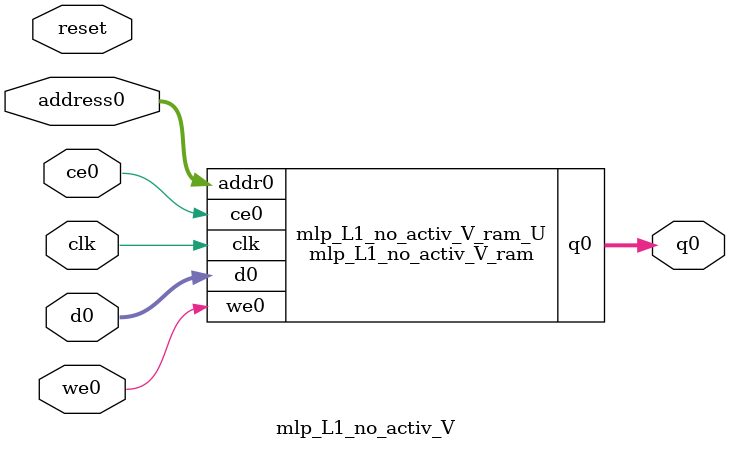
<source format=v>

`timescale 1 ns / 1 ps
module mlp_L1_no_activ_V_ram (addr0, ce0, d0, we0, q0,  clk);

parameter DWIDTH = 18;
parameter AWIDTH = 5;
parameter MEM_SIZE = 25;

input[AWIDTH-1:0] addr0;
input ce0;
input[DWIDTH-1:0] d0;
input we0;
output reg[DWIDTH-1:0] q0;
input clk;

(* ram_style = "distributed" *)reg [DWIDTH-1:0] ram[0:MEM_SIZE-1];




always @(posedge clk)  
begin 
    if (ce0) 
    begin
        if (we0) 
        begin 
            ram[addr0] <= d0; 
            q0 <= d0;
        end 
        else 
            q0 <= ram[addr0];
    end
end


endmodule


`timescale 1 ns / 1 ps
module mlp_L1_no_activ_V(
    reset,
    clk,
    address0,
    ce0,
    we0,
    d0,
    q0);

parameter DataWidth = 32'd18;
parameter AddressRange = 32'd25;
parameter AddressWidth = 32'd5;
input reset;
input clk;
input[AddressWidth - 1:0] address0;
input ce0;
input we0;
input[DataWidth - 1:0] d0;
output[DataWidth - 1:0] q0;



mlp_L1_no_activ_V_ram mlp_L1_no_activ_V_ram_U(
    .clk( clk ),
    .addr0( address0 ),
    .ce0( ce0 ),
    .we0( we0 ),
    .d0( d0 ),
    .q0( q0 ));

endmodule


</source>
